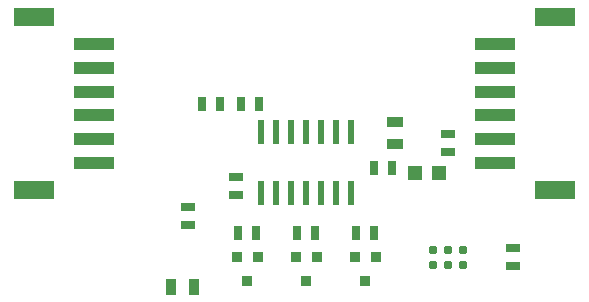
<source format=gtp>
G04 (created by PCBNEW (2013-mar-13)-testing) date Tue 14 May 2013 06:36:27 AM EDT*
%MOIN*%
G04 Gerber Fmt 3.4, Leading zero omitted, Abs format*
%FSLAX34Y34*%
G01*
G70*
G90*
G04 APERTURE LIST*
%ADD10C,0.005906*%
%ADD11R,0.055000X0.035000*%
%ADD12R,0.137795X0.039370*%
%ADD13R,0.133858X0.062992*%
%ADD14C,0.031000*%
%ADD15R,0.036000X0.036000*%
%ADD16R,0.045000X0.025000*%
%ADD17R,0.025000X0.045000*%
%ADD18R,0.035000X0.055000*%
%ADD19R,0.047200X0.047200*%
%ADD20R,0.023622X0.078740*%
G04 APERTURE END LIST*
G54D10*
G54D11*
X91929Y-45847D03*
X91929Y-45097D03*
G54D12*
X81889Y-44881D03*
X81889Y-44094D03*
G54D13*
X79901Y-47381D03*
X79901Y-41594D03*
G54D12*
X81889Y-43307D03*
X81889Y-42519D03*
X81889Y-45669D03*
X81889Y-46456D03*
X95275Y-44094D03*
X95275Y-44881D03*
G54D13*
X97263Y-41594D03*
X97263Y-47381D03*
G54D12*
X95275Y-45669D03*
X95275Y-46456D03*
X95275Y-43307D03*
X95275Y-42519D03*
G54D14*
X93200Y-49856D03*
X93200Y-49356D03*
X93700Y-49856D03*
X93700Y-49356D03*
X94200Y-49856D03*
X94200Y-49356D03*
G54D15*
X86657Y-49600D03*
X87357Y-49600D03*
X87007Y-50400D03*
X88626Y-49600D03*
X89326Y-49600D03*
X88976Y-50400D03*
X90594Y-49600D03*
X91294Y-49600D03*
X90944Y-50400D03*
G54D16*
X86614Y-46944D03*
X86614Y-47544D03*
G54D17*
X86707Y-48818D03*
X87307Y-48818D03*
G54D16*
X95866Y-49906D03*
X95866Y-49306D03*
G54D17*
X88676Y-48818D03*
X89276Y-48818D03*
X87400Y-44500D03*
X86800Y-44500D03*
X90644Y-48818D03*
X91244Y-48818D03*
G54D16*
X85039Y-47928D03*
X85039Y-48528D03*
G54D18*
X84467Y-50590D03*
X85217Y-50590D03*
G54D17*
X86100Y-44500D03*
X85500Y-44500D03*
G54D19*
X92587Y-46800D03*
X93413Y-46800D03*
G54D17*
X91235Y-46653D03*
X91835Y-46653D03*
G54D16*
X93700Y-46100D03*
X93700Y-45500D03*
G54D20*
X87476Y-47480D03*
X87976Y-47480D03*
X88476Y-47480D03*
X88976Y-47480D03*
X90476Y-45433D03*
X89476Y-47480D03*
X89976Y-47480D03*
X90476Y-47480D03*
X89976Y-45433D03*
X89476Y-45433D03*
X88976Y-45433D03*
X88476Y-45433D03*
X87976Y-45433D03*
X87476Y-45433D03*
M02*

</source>
